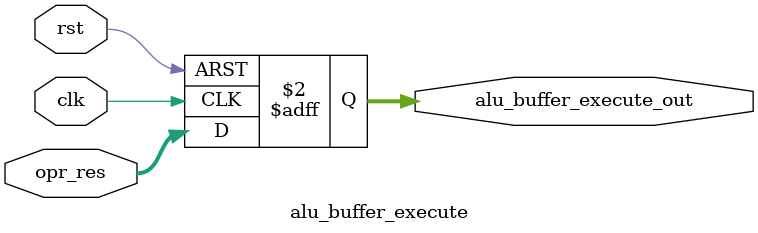
<source format=sv>
module alu_buffer_execute (
    input logic clk,
    input logic rst,
    input logic [31:0] opr_res,
    output logic [31:0] alu_buffer_execute_out
);

  always_ff @(posedge clk or posedge rst) begin
    if (rst) begin
      alu_buffer_execute_out <= 32'b0;
    end else begin
      alu_buffer_execute_out <= opr_res;
    end
  end
endmodule
</source>
